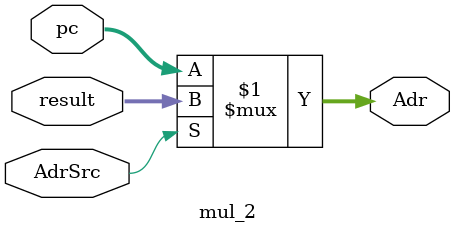
<source format=v>
module mul_2 #(parameter width = 32)(
    input wire [width-1 : 0] pc ,
	input wire [width-1 : 0] result ,
	input wire AdrSrc ,
	output wire [width-1 : 0] Adr 
    );
  
  assign Adr = AdrSrc ? result : pc ;

endmodule

</source>
